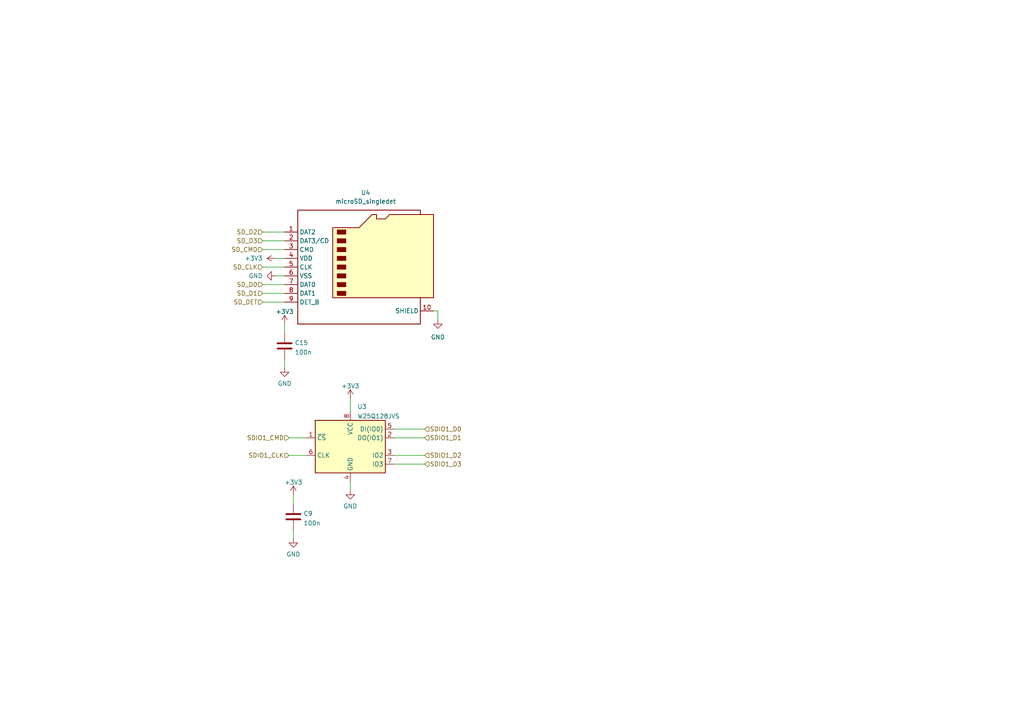
<source format=kicad_sch>
(kicad_sch (version 20211123) (generator eeschema)
  (paper "A4")
  (lib_symbols
    (symbol "Device:C" (pin_numbers hide) (pin_names (offset 0.254))
      (property "Reference" "C" (at 0.635 2.54 0))
      (property "Value" "C" (at 0.635 -2.54 0))
      (symbol "C_0_1"
        (polyline (pts (xy -2.032 -0.762) (xy 2.032 -0.762)) (stroke (width 0.508)))
        (polyline (pts (xy -2.032 0.762) (xy 2.032 0.762)) (stroke (width 0.508)))
      )
      (symbol "C_1_1"
        (pin passive line (at 0 3.81 270) (length 2.794) (name "~") (number "1"))
        (pin passive line (at 0 -3.81 90) (length 2.794) (name "~") (number "2"))
      )
    )
    (symbol "Memory_Flash:W25Q128JVS"
      (property "Reference" "U" (at -8.89 8.89 0))
      (property "Value" "W25Q128JVS" (at 7.62 8.89 0))
      (symbol "W25Q128JVS_0_1"
        (rectangle (start -10.16 7.62) (end 10.16 -7.62) (stroke (width 0.254)) (fill (type background)))
      )
      (symbol "W25Q128JVS_1_1"
        (pin input line (at -12.7 2.54 0) (length 2.54) (name "~{CS}") (number "1"))
        (pin bidirectional line (at 12.7 2.54 180) (length 2.54) (name "DO(IO1)") (number "2"))
        (pin bidirectional line (at 12.7 -2.54 180) (length 2.54) (name "IO2") (number "3"))
        (pin power_in line (at 0 -10.16 90) (length 2.54) (name "GND") (number "4"))
        (pin bidirectional line (at 12.7 5.08 180) (length 2.54) (name "DI(IO0)") (number "5"))
        (pin input line (at -12.7 -2.54 0) (length 2.54) (name "CLK") (number "6"))
        (pin bidirectional line (at 12.7 -5.08 180) (length 2.54) (name "IO3") (number "7"))
        (pin power_in line (at 0 10.16 270) (length 2.54) (name "VCC") (number "8"))
      )
    )
    (symbol "power:+3.3V" (power) (pin_names (offset 0))
      (property "Value" "+3.3V" (at 0 3.556 0))
      (symbol "+3.3V_0_1"
        (polyline (pts (xy -0.762 1.27) (xy 0 2.54)))
        (polyline (pts (xy 0 0) (xy 0 2.54)))
        (polyline (pts (xy 0 2.54) (xy 0.762 1.27)))
      )
      (symbol "+3.3V_1_1"
        (pin power_in line (at 0 0 90) (length 0) hide (name "+3V3") (number "1"))
      )
    )
    (symbol "power:GND" (power) (pin_names (offset 0))
      (property "Value" "GND" (at 0 -3.81 0))
      (symbol "GND_0_1"
        (polyline (pts (xy 0 0) (xy 0 -1.27) (xy 1.27 -1.27) (xy 0 -2.54) (xy -1.27 -1.27) (xy 0 -1.27)))
      )
      (symbol "GND_1_1"
        (pin power_in line (at 0 0 270) (length 0) hide (name "GND") (number "1"))
      )
    )
    (symbol "riklib:microSD_singledet"
      (property "Reference" "U" (at -12.7 19.05 0))
      (property "Value" "microSD_singledet" (at -6.35 -20.32 0))
      (symbol "microSD_singledet_0_1"
        (rectangle (start -3.81 -6.985) (end -1.27 -8.255) (fill (type outline)))
        (rectangle (start -3.81 -4.445) (end -1.27 -5.715) (fill (type outline)))
        (rectangle (start -3.81 -1.905) (end -1.27 -3.175) (fill (type outline)))
        (rectangle (start -3.81 0.635) (end -1.27 -0.635) (fill (type outline)))
        (rectangle (start -3.81 3.175) (end -1.27 1.905) (fill (type outline)))
        (rectangle (start -3.81 5.715) (end -1.27 4.445) (fill (type outline)))
        (rectangle (start -3.81 8.255) (end -1.27 6.985) (fill (type outline)))
        (rectangle (start -3.81 10.795) (end -1.27 9.525) (fill (type outline)))
        (polyline (pts (xy 20.32 15.24) (xy 20.32 16.51) (xy -15.24 16.51) (xy -15.24 -16.51) (xy 20.32 -16.51) (xy 20.32 -8.89)) (stroke (width 0.254)))
        (polyline (pts (xy -5.08 -8.89) (xy -5.08 11.43) (xy 2.54 11.43) (xy 6.35 15.24) (xy 7.62 15.24) (xy 7.62 13.97) (xy 10.16 13.97) (xy 11.43 15.24) (xy 24.13 15.24) (xy 24.13 -8.89) (xy -5.08 -8.89)) (stroke (width 0.254)) (fill (type background)))
      )
      (symbol "microSD_singledet_1_1"
        (pin bidirectional line (at -19.05 10.16 0) (length 3.81) (name "DAT2") (number "1"))
        (pin passive line (at 24.13 -12.7 180) (length 3.81) (name "SHIELD") (number "10"))
        (pin bidirectional line (at -19.05 7.62 0) (length 3.81) (name "DAT3/CD") (number "2"))
        (pin input line (at -19.05 5.08 0) (length 3.81) (name "CMD") (number "3"))
        (pin power_in line (at -19.05 2.54 0) (length 3.81) (name "VDD") (number "4"))
        (pin input line (at -19.05 0 0) (length 3.81) (name "CLK") (number "5"))
        (pin power_in line (at -19.05 -2.54 0) (length 3.81) (name "VSS") (number "6"))
        (pin bidirectional line (at -19.05 -5.08 0) (length 3.81) (name "DAT0") (number "7"))
        (pin bidirectional line (at -19.05 -7.62 0) (length 3.81) (name "DAT1") (number "8"))
        (pin passive line (at -19.05 -10.16 0) (length 3.81) (name "DET_B") (number "9"))
      )
    )
  )
  (wire (pts (xy 114.3 127) (xy 123.19 127)))
  (wire (pts (xy 76.2 87.63) (xy 82.55 87.63)))
  (wire (pts (xy 76.2 82.55) (xy 82.55 82.55)))
  (wire (pts (xy 114.3 132.08) (xy 123.19 132.08)))
  (wire (pts (xy 85.09 153.67) (xy 85.09 156.21)))
  (wire (pts (xy 76.2 85.09) (xy 82.55 85.09)))
  (wire (pts (xy 82.55 93.98) (xy 82.55 96.52)))
  (wire (pts (xy 76.2 77.47) (xy 82.55 77.47)))
  (wire (pts (xy 82.55 104.14) (xy 82.55 106.68)))
  (wire (pts (xy 101.6 139.7) (xy 101.6 142.24)))
  (wire (pts (xy 76.2 69.85) (xy 82.55 69.85)))
  (wire (pts (xy 127 90.17) (xy 125.73 90.17)))
  (wire (pts (xy 114.3 134.62) (xy 123.19 134.62)))
  (wire (pts (xy 85.09 143.51) (xy 85.09 146.05)))
  (wire (pts (xy 76.2 67.31) (xy 82.55 67.31)))
  (wire (pts (xy 114.3 124.46) (xy 123.19 124.46)))
  (wire (pts (xy 83.82 132.08) (xy 88.9 132.08)))
  (wire (pts (xy 83.82 127) (xy 88.9 127)))
  (wire (pts (xy 127 92.71) (xy 127 90.17)))
  (wire (pts (xy 80.01 80.01) (xy 82.55 80.01)))
  (wire (pts (xy 80.01 74.93) (xy 82.55 74.93)))
  (wire (pts (xy 101.6 115.57) (xy 101.6 119.38)))
  (wire (pts (xy 76.2 72.39) (xy 82.55 72.39)))
  (hierarchical_label "SD_DET" (shape input) (at 76.2 87.63 180))
  (hierarchical_label "SD_CMD" (shape input) (at 76.2 72.39 180))
  (hierarchical_label "SD_D0" (shape input) (at 76.2 82.55 180))
  (hierarchical_label "SDIO1_CLK" (shape input) (at 83.82 132.08 180))
  (hierarchical_label "SDIO1_D1" (shape input) (at 123.19 127 0))
  (hierarchical_label "SDIO1_D2" (shape input) (at 123.19 132.08 0))
  (hierarchical_label "SD_D1" (shape input) (at 76.2 85.09 180))
  (hierarchical_label "SD_D2" (shape input) (at 76.2 67.31 180))
  (hierarchical_label "SDIO1_D0" (shape input) (at 123.19 124.46 0))
  (hierarchical_label "SDIO1_CMD" (shape input) (at 83.82 127 180))
  (hierarchical_label "SD_CLK" (shape input) (at 76.2 77.47 180))
  (hierarchical_label "SD_D3" (shape input) (at 76.2 69.85 180))
  (hierarchical_label "SDIO1_D3" (shape input) (at 123.19 134.62 0))
  (symbol (lib_id "power:GND") (at 127 92.71 0) (unit 1)
    (property "Reference" "#PWR058" (effects hide))
    (property "Value" "GND" (at 127 97.79 0))
  )
  (symbol (lib_id "power:+3.3V") (at 101.6 115.57 0) (unit 1)
    (property "Reference" "#PWR037" (effects hide))
    (property "Value" "+3.3V" (at 101.6 111.9655 0))
  )
  (symbol (lib_id "power:+3.3V") (at 85.09 143.51 0) (unit 1)
    (property "Reference" "#PWR039" (effects hide))
    (property "Value" "+3.3V" (at 85.09 139.9055 0))
  )
  (symbol (lib_id "power:GND") (at 85.09 156.21 0) (unit 1)
    (property "Reference" "#PWR040" (effects hide))
    (property "Value" "GND" (at 85.09 160.7725 0))
  )
  (symbol (lib_id "riklib:microSD_singledet") (at 101.6 77.47 0) (unit 1)
    (property "Reference" "U4" (at 106.045 55.88 0))
    (property "Value" "microSD_singledet" (at 106.045 58.42 0))
    (property "Footprint" "riklib:microSD Hanbo Electronic TF-018" (effects hide))
    (property "JLC" "C961679" (effects hide))
    (property "LCSC" "C961679" (effects hide))
  )
  (symbol (lib_id "Memory_Flash:W25Q128JVS") (at 101.6 129.54 0) (unit 1)
    (property "Reference" "U3" (at 103.6194 117.9535 0) (effects (justify left)))
    (property "Value" "W25Q128JVS" (at 103.6194 120.7286 0) (effects (justify left)))
    (property "Footprint" "Package_SO:SOIC-8_5.23x5.23mm_P1.27mm" (effects hide))
    (property "Datasheet" "http://www.winbond.com/resource-files/w25q128jv_dtr%20revc%2003272018%20plus.pdf" (effects hide))
    (property "JLC" "C97521" (effects hide))
    (property "LCSC" "C97521" (effects hide))
  )
  (symbol (lib_id "Device:C") (at 82.55 100.33 0) (unit 1)
    (property "Reference" "C15" (at 85.471 99.4215 0) (effects (justify left)))
    (property "Value" "100n" (at 85.471 102.1966 0) (effects (justify left)))
    (property "Footprint" "Capacitor_SMD:C_0603_1608Metric" (effects hide))
    (property "JLC" "C14663" (effects hide))
    (property "LCSC" "C14663" (effects hide))
  )
  (symbol (lib_id "power:GND") (at 80.01 80.01 270) (unit 1)
    (property "Reference" "#PWR055" (effects hide))
    (property "Value" "GND" (at 76.2 80.0099 90) (effects (justify right)))
  )
  (symbol (lib_id "power:GND") (at 101.6 142.24 0) (unit 1)
    (property "Reference" "#PWR038" (effects hide))
    (property "Value" "GND" (at 101.6 146.8025 0))
  )
  (symbol (lib_id "power:GND") (at 82.55 106.68 0) (unit 1)
    (property "Reference" "#PWR057" (effects hide))
    (property "Value" "GND" (at 82.55 111.2425 0))
  )
  (symbol (lib_id "power:+3.3V") (at 82.55 93.98 0) (unit 1)
    (property "Reference" "#PWR056" (effects hide))
    (property "Value" "+3.3V" (at 82.55 90.3755 0))
  )
  (symbol (lib_id "power:+3.3V") (at 80.01 74.93 90) (unit 1)
    (property "Reference" "#PWR054" (effects hide))
    (property "Value" "+3.3V" (at 76.2 74.9299 90) (effects (justify left)))
  )
  (symbol (lib_id "Device:C") (at 85.09 149.86 0) (unit 1)
    (property "Reference" "C9" (at 88.011 148.9515 0) (effects (justify left)))
    (property "Value" "100n" (at 88.011 151.7266 0) (effects (justify left)))
    (property "Footprint" "Capacitor_SMD:C_0603_1608Metric" (effects hide))
    (property "JLC" "C14663" (effects hide))
    (property "LCSC" "C14663" (effects hide))
  )
)
</source>
